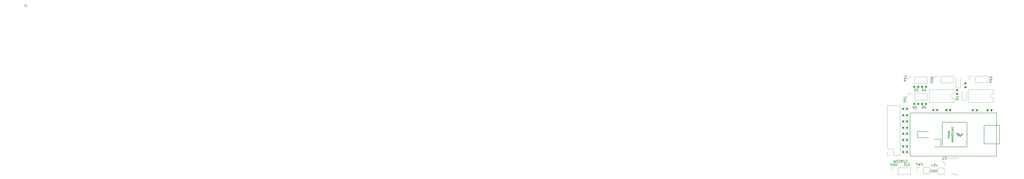
<source format=gbr>
%TF.GenerationSoftware,KiCad,Pcbnew,(6.0.5)*%
%TF.CreationDate,2022-06-26T17:30:21+02:00*%
%TF.ProjectId,midiperformer,6d696469-7065-4726-966f-726d65722e6b,rev?*%
%TF.SameCoordinates,Original*%
%TF.FileFunction,Legend,Top*%
%TF.FilePolarity,Positive*%
%FSLAX46Y46*%
G04 Gerber Fmt 4.6, Leading zero omitted, Abs format (unit mm)*
G04 Created by KiCad (PCBNEW (6.0.5)) date 2022-06-26 17:30:21*
%MOMM*%
%LPD*%
G01*
G04 APERTURE LIST*
G04 Aperture macros list*
%AMRoundRect*
0 Rectangle with rounded corners*
0 $1 Rounding radius*
0 $2 $3 $4 $5 $6 $7 $8 $9 X,Y pos of 4 corners*
0 Add a 4 corners polygon primitive as box body*
4,1,4,$2,$3,$4,$5,$6,$7,$8,$9,$2,$3,0*
0 Add four circle primitives for the rounded corners*
1,1,$1+$1,$2,$3*
1,1,$1+$1,$4,$5*
1,1,$1+$1,$6,$7*
1,1,$1+$1,$8,$9*
0 Add four rect primitives between the rounded corners*
20,1,$1+$1,$2,$3,$4,$5,0*
20,1,$1+$1,$4,$5,$6,$7,0*
20,1,$1+$1,$6,$7,$8,$9,0*
20,1,$1+$1,$8,$9,$2,$3,0*%
G04 Aperture macros list end*
%ADD10C,0.150000*%
%ADD11C,0.120000*%
%ADD12C,0.100000*%
%ADD13RoundRect,0.200000X0.200000X0.275000X-0.200000X0.275000X-0.200000X-0.275000X0.200000X-0.275000X0*%
%ADD14R,1.700000X1.700000*%
%ADD15O,1.700000X1.700000*%
%ADD16R,1.200000X0.900000*%
%ADD17RoundRect,0.200000X0.275000X-0.200000X0.275000X0.200000X-0.275000X0.200000X-0.275000X-0.200000X0*%
%ADD18C,1.600000*%
%ADD19RoundRect,0.200000X-0.275000X0.200000X-0.275000X-0.200000X0.275000X-0.200000X0.275000X0.200000X0*%
%ADD20RoundRect,0.225000X0.225000X0.250000X-0.225000X0.250000X-0.225000X-0.250000X0.225000X-0.250000X0*%
%ADD21R,1.600000X1.600000*%
%ADD22O,1.600000X1.600000*%
%ADD23R,2.200000X1.200000*%
%ADD24R,6.400000X5.800000*%
%ADD25RoundRect,0.225000X-0.225000X-0.250000X0.225000X-0.250000X0.225000X0.250000X-0.225000X0.250000X0*%
%ADD26C,6.400000*%
%ADD27C,0.800000*%
G04 APERTURE END LIST*
D10*
X-155000000Y-29500000D02*
G75*
G03*
X-155000000Y-29500000I-500000J0D01*
G01*
X200838095Y-94500000D02*
X200742857Y-94452380D01*
X200600000Y-94452380D01*
X200457142Y-94500000D01*
X200361904Y-94595238D01*
X200314285Y-94690476D01*
X200266666Y-94880952D01*
X200266666Y-95023809D01*
X200314285Y-95214285D01*
X200361904Y-95309523D01*
X200457142Y-95404761D01*
X200600000Y-95452380D01*
X200695238Y-95452380D01*
X200838095Y-95404761D01*
X200885714Y-95357142D01*
X200885714Y-95023809D01*
X200695238Y-95023809D01*
X201314285Y-95452380D02*
X201314285Y-94452380D01*
X201885714Y-95452380D01*
X201885714Y-94452380D01*
X202361904Y-95452380D02*
X202361904Y-94452380D01*
X202600000Y-94452380D01*
X202742857Y-94500000D01*
X202838095Y-94595238D01*
X202885714Y-94690476D01*
X202933333Y-94880952D01*
X202933333Y-95023809D01*
X202885714Y-95214285D01*
X202838095Y-95309523D01*
X202742857Y-95404761D01*
X202600000Y-95452380D01*
X202361904Y-95452380D01*
X206847619Y-58285714D02*
X206847619Y-58857142D01*
X205847619Y-58571428D02*
X206847619Y-58571428D01*
X206847619Y-59095238D02*
X205847619Y-59761904D01*
X206847619Y-59761904D02*
X205847619Y-59095238D01*
X205847619Y-60571428D02*
X206371428Y-60571428D01*
X206466666Y-60523809D01*
X206514285Y-60428571D01*
X206514285Y-60238095D01*
X206466666Y-60142857D01*
X205895238Y-60571428D02*
X205847619Y-60476190D01*
X205847619Y-60238095D01*
X205895238Y-60142857D01*
X205990476Y-60095238D01*
X206085714Y-60095238D01*
X206180952Y-60142857D01*
X206228571Y-60238095D01*
X206228571Y-60476190D01*
X206276190Y-60571428D01*
X216961904Y-95271428D02*
X217723809Y-95271428D01*
X217342857Y-95652380D02*
X217342857Y-94890476D01*
X218247619Y-95652380D02*
X218438095Y-95652380D01*
X218533333Y-95604761D01*
X218580952Y-95557142D01*
X218676190Y-95414285D01*
X218723809Y-95223809D01*
X218723809Y-94842857D01*
X218676190Y-94747619D01*
X218628571Y-94700000D01*
X218533333Y-94652380D01*
X218342857Y-94652380D01*
X218247619Y-94700000D01*
X218200000Y-94747619D01*
X218152380Y-94842857D01*
X218152380Y-95080952D01*
X218200000Y-95176190D01*
X218247619Y-95223809D01*
X218342857Y-95271428D01*
X218533333Y-95271428D01*
X218628571Y-95223809D01*
X218676190Y-95176190D01*
X218723809Y-95080952D01*
X219057142Y-94985714D02*
X219295238Y-95652380D01*
X219533333Y-94985714D01*
X201590476Y-93052380D02*
X201828571Y-94052380D01*
X202019047Y-93338095D01*
X202209523Y-94052380D01*
X202447619Y-93052380D01*
X202780952Y-94004761D02*
X202923809Y-94052380D01*
X203161904Y-94052380D01*
X203257142Y-94004761D01*
X203304761Y-93957142D01*
X203352380Y-93861904D01*
X203352380Y-93766666D01*
X203304761Y-93671428D01*
X203257142Y-93623809D01*
X203161904Y-93576190D01*
X202971428Y-93528571D01*
X202876190Y-93480952D01*
X202828571Y-93433333D01*
X202780952Y-93338095D01*
X202780952Y-93242857D01*
X202828571Y-93147619D01*
X202876190Y-93100000D01*
X202971428Y-93052380D01*
X203209523Y-93052380D01*
X203352380Y-93100000D01*
X203733333Y-93147619D02*
X203780952Y-93100000D01*
X203876190Y-93052380D01*
X204114285Y-93052380D01*
X204209523Y-93100000D01*
X204257142Y-93147619D01*
X204304761Y-93242857D01*
X204304761Y-93338095D01*
X204257142Y-93480952D01*
X203685714Y-94052380D01*
X204304761Y-94052380D01*
X204876190Y-93480952D02*
X204780952Y-93433333D01*
X204733333Y-93385714D01*
X204685714Y-93290476D01*
X204685714Y-93242857D01*
X204733333Y-93147619D01*
X204780952Y-93100000D01*
X204876190Y-93052380D01*
X205066666Y-93052380D01*
X205161904Y-93100000D01*
X205209523Y-93147619D01*
X205257142Y-93242857D01*
X205257142Y-93290476D01*
X205209523Y-93385714D01*
X205161904Y-93433333D01*
X205066666Y-93480952D01*
X204876190Y-93480952D01*
X204780952Y-93528571D01*
X204733333Y-93576190D01*
X204685714Y-93671428D01*
X204685714Y-93861904D01*
X204733333Y-93957142D01*
X204780952Y-94004761D01*
X204876190Y-94052380D01*
X205066666Y-94052380D01*
X205161904Y-94004761D01*
X205209523Y-93957142D01*
X205257142Y-93861904D01*
X205257142Y-93671428D01*
X205209523Y-93576190D01*
X205161904Y-93528571D01*
X205066666Y-93480952D01*
X206209523Y-94052380D02*
X205638095Y-94052380D01*
X205923809Y-94052380D02*
X205923809Y-93052380D01*
X205828571Y-93195238D01*
X205733333Y-93290476D01*
X205638095Y-93338095D01*
X206590476Y-93147619D02*
X206638095Y-93100000D01*
X206733333Y-93052380D01*
X206971428Y-93052380D01*
X207066666Y-93100000D01*
X207114285Y-93147619D01*
X207161904Y-93242857D01*
X207161904Y-93338095D01*
X207114285Y-93480952D01*
X206542857Y-94052380D01*
X207161904Y-94052380D01*
X205809523Y-94452380D02*
X206428571Y-94452380D01*
X206095238Y-94833333D01*
X206238095Y-94833333D01*
X206333333Y-94880952D01*
X206380952Y-94928571D01*
X206428571Y-95023809D01*
X206428571Y-95261904D01*
X206380952Y-95357142D01*
X206333333Y-95404761D01*
X206238095Y-95452380D01*
X205952380Y-95452380D01*
X205857142Y-95404761D01*
X205809523Y-95357142D01*
X206761904Y-94785714D02*
X207000000Y-95452380D01*
X207238095Y-94785714D01*
X207523809Y-94452380D02*
X208142857Y-94452380D01*
X207809523Y-94833333D01*
X207952380Y-94833333D01*
X208047619Y-94880952D01*
X208095238Y-94928571D01*
X208142857Y-95023809D01*
X208142857Y-95261904D01*
X208095238Y-95357142D01*
X208047619Y-95404761D01*
X207952380Y-95452380D01*
X207666666Y-95452380D01*
X207571428Y-95404761D01*
X207523809Y-95357142D01*
X216747619Y-59480952D02*
X217223809Y-59147619D01*
X216747619Y-58909523D02*
X217747619Y-58909523D01*
X217747619Y-59290476D01*
X217700000Y-59385714D01*
X217652380Y-59433333D01*
X217557142Y-59480952D01*
X217414285Y-59480952D01*
X217319047Y-59433333D01*
X217271428Y-59385714D01*
X217223809Y-59290476D01*
X217223809Y-58909523D01*
X217747619Y-59814285D02*
X216747619Y-60480952D01*
X217747619Y-60480952D02*
X216747619Y-59814285D01*
X216747619Y-60861904D02*
X217747619Y-60861904D01*
X217366666Y-60861904D02*
X217414285Y-60957142D01*
X217414285Y-61147619D01*
X217366666Y-61242857D01*
X217319047Y-61290476D01*
X217223809Y-61338095D01*
X216938095Y-61338095D01*
X216842857Y-61290476D01*
X216795238Y-61242857D01*
X216747619Y-61147619D01*
X216747619Y-60957142D01*
X216795238Y-60861904D01*
X206647619Y-66885714D02*
X206647619Y-67457142D01*
X205647619Y-67171428D02*
X206647619Y-67171428D01*
X206647619Y-67695238D02*
X205647619Y-68361904D01*
X206647619Y-68361904D02*
X205647619Y-67695238D01*
X205647619Y-68742857D02*
X206647619Y-68742857D01*
X206266666Y-68742857D02*
X206314285Y-68838095D01*
X206314285Y-69028571D01*
X206266666Y-69123809D01*
X206219047Y-69171428D01*
X206123809Y-69219047D01*
X205838095Y-69219047D01*
X205742857Y-69171428D01*
X205695238Y-69123809D01*
X205647619Y-69028571D01*
X205647619Y-68838095D01*
X205695238Y-68742857D01*
X241047619Y-59380952D02*
X241523809Y-59047619D01*
X241047619Y-58809523D02*
X242047619Y-58809523D01*
X242047619Y-59190476D01*
X242000000Y-59285714D01*
X241952380Y-59333333D01*
X241857142Y-59380952D01*
X241714285Y-59380952D01*
X241619047Y-59333333D01*
X241571428Y-59285714D01*
X241523809Y-59190476D01*
X241523809Y-58809523D01*
X242047619Y-59714285D02*
X241047619Y-60380952D01*
X242047619Y-60380952D02*
X241047619Y-59714285D01*
X241047619Y-61190476D02*
X241571428Y-61190476D01*
X241666666Y-61142857D01*
X241714285Y-61047619D01*
X241714285Y-60857142D01*
X241666666Y-60761904D01*
X241095238Y-61190476D02*
X241047619Y-61095238D01*
X241047619Y-60857142D01*
X241095238Y-60761904D01*
X241190476Y-60714285D01*
X241285714Y-60714285D01*
X241380952Y-60761904D01*
X241428571Y-60857142D01*
X241428571Y-61095238D01*
X241476190Y-61190476D01*
X217238095Y-97100000D02*
X217142857Y-97052380D01*
X217000000Y-97052380D01*
X216857142Y-97100000D01*
X216761904Y-97195238D01*
X216714285Y-97290476D01*
X216666666Y-97480952D01*
X216666666Y-97623809D01*
X216714285Y-97814285D01*
X216761904Y-97909523D01*
X216857142Y-98004761D01*
X217000000Y-98052380D01*
X217095238Y-98052380D01*
X217238095Y-98004761D01*
X217285714Y-97957142D01*
X217285714Y-97623809D01*
X217095238Y-97623809D01*
X217714285Y-98052380D02*
X217714285Y-97052380D01*
X218285714Y-98052380D01*
X218285714Y-97052380D01*
X218761904Y-98052380D02*
X218761904Y-97052380D01*
X219000000Y-97052380D01*
X219142857Y-97100000D01*
X219238095Y-97195238D01*
X219285714Y-97290476D01*
X219333333Y-97480952D01*
X219333333Y-97623809D01*
X219285714Y-97814285D01*
X219238095Y-97909523D01*
X219142857Y-98004761D01*
X219000000Y-98052380D01*
X218761904Y-98052380D01*
%TO.C,R4*%
X213908333Y-64815124D02*
X213575000Y-64338934D01*
X213336904Y-64815124D02*
X213336904Y-63815124D01*
X213717857Y-63815124D01*
X213813095Y-63862744D01*
X213860714Y-63910363D01*
X213908333Y-64005601D01*
X213908333Y-64148458D01*
X213860714Y-64243696D01*
X213813095Y-64291315D01*
X213717857Y-64338934D01*
X213336904Y-64338934D01*
X214765476Y-64148458D02*
X214765476Y-64815124D01*
X214527380Y-63767505D02*
X214289285Y-64481791D01*
X214908333Y-64481791D01*
%TO.C,R1*%
X228152380Y-67666666D02*
X227676190Y-68000000D01*
X228152380Y-68238095D02*
X227152380Y-68238095D01*
X227152380Y-67857142D01*
X227200000Y-67761904D01*
X227247619Y-67714285D01*
X227342857Y-67666666D01*
X227485714Y-67666666D01*
X227580952Y-67714285D01*
X227628571Y-67761904D01*
X227676190Y-67857142D01*
X227676190Y-68238095D01*
X228152380Y-66714285D02*
X228152380Y-67285714D01*
X228152380Y-67000000D02*
X227152380Y-67000000D01*
X227295238Y-67095238D01*
X227390476Y-67190476D01*
X227438095Y-67285714D01*
%TO.C,SW1*%
X210866666Y-95204761D02*
X211009523Y-95252380D01*
X211247619Y-95252380D01*
X211342857Y-95204761D01*
X211390476Y-95157142D01*
X211438095Y-95061904D01*
X211438095Y-94966666D01*
X211390476Y-94871428D01*
X211342857Y-94823809D01*
X211247619Y-94776190D01*
X211057142Y-94728571D01*
X210961904Y-94680952D01*
X210914285Y-94633333D01*
X210866666Y-94538095D01*
X210866666Y-94442857D01*
X210914285Y-94347619D01*
X210961904Y-94300000D01*
X211057142Y-94252380D01*
X211295238Y-94252380D01*
X211438095Y-94300000D01*
X211771428Y-94252380D02*
X212009523Y-95252380D01*
X212200000Y-94538095D01*
X212390476Y-95252380D01*
X212628571Y-94252380D01*
X213533333Y-95252380D02*
X212961904Y-95252380D01*
X213247619Y-95252380D02*
X213247619Y-94252380D01*
X213152380Y-94395238D01*
X213057142Y-94490476D01*
X212961904Y-94538095D01*
%TO.C,R5*%
X210133333Y-71952380D02*
X209800000Y-71476190D01*
X209561904Y-71952380D02*
X209561904Y-70952380D01*
X209942857Y-70952380D01*
X210038095Y-71000000D01*
X210085714Y-71047619D01*
X210133333Y-71142857D01*
X210133333Y-71285714D01*
X210085714Y-71380952D01*
X210038095Y-71428571D01*
X209942857Y-71476190D01*
X209561904Y-71476190D01*
X211038095Y-70952380D02*
X210561904Y-70952380D01*
X210514285Y-71428571D01*
X210561904Y-71380952D01*
X210657142Y-71333333D01*
X210895238Y-71333333D01*
X210990476Y-71380952D01*
X211038095Y-71428571D01*
X211085714Y-71523809D01*
X211085714Y-71761904D01*
X211038095Y-71857142D01*
X210990476Y-71904761D01*
X210895238Y-71952380D01*
X210657142Y-71952380D01*
X210561904Y-71904761D01*
X210514285Y-71857142D01*
%TO.C,R6*%
X213908333Y-71815124D02*
X213575000Y-71338934D01*
X213336904Y-71815124D02*
X213336904Y-70815124D01*
X213717857Y-70815124D01*
X213813095Y-70862744D01*
X213860714Y-70910363D01*
X213908333Y-71005601D01*
X213908333Y-71148458D01*
X213860714Y-71243696D01*
X213813095Y-71291315D01*
X213717857Y-71338934D01*
X213336904Y-71338934D01*
X214765476Y-70815124D02*
X214575000Y-70815124D01*
X214479761Y-70862744D01*
X214432142Y-70910363D01*
X214336904Y-71053220D01*
X214289285Y-71243696D01*
X214289285Y-71624648D01*
X214336904Y-71719886D01*
X214384523Y-71767505D01*
X214479761Y-71815124D01*
X214670238Y-71815124D01*
X214765476Y-71767505D01*
X214813095Y-71719886D01*
X214860714Y-71624648D01*
X214860714Y-71386553D01*
X214813095Y-71291315D01*
X214765476Y-71243696D01*
X214670238Y-71196077D01*
X214479761Y-71196077D01*
X214384523Y-71243696D01*
X214336904Y-71291315D01*
X214289285Y-71386553D01*
%TO.C,U4*%
X224598666Y-83980000D02*
X223898666Y-83980000D01*
X223898666Y-83813333D01*
X223932000Y-83713333D01*
X223998666Y-83646666D01*
X224065333Y-83613333D01*
X224198666Y-83580000D01*
X224298666Y-83580000D01*
X224432000Y-83613333D01*
X224498666Y-83646666D01*
X224565333Y-83713333D01*
X224598666Y-83813333D01*
X224598666Y-83980000D01*
X223898666Y-83380000D02*
X224598666Y-83146666D01*
X223898666Y-82913333D01*
X224598666Y-82346666D02*
X224598666Y-82680000D01*
X223898666Y-82680000D01*
X223898666Y-81813333D02*
X223898666Y-81946666D01*
X223932000Y-82013333D01*
X223965333Y-82046666D01*
X224065333Y-82113333D01*
X224198666Y-82146666D01*
X224465333Y-82146666D01*
X224532000Y-82113333D01*
X224565333Y-82080000D01*
X224598666Y-82013333D01*
X224598666Y-81880000D01*
X224565333Y-81813333D01*
X224532000Y-81780000D01*
X224465333Y-81746666D01*
X224298666Y-81746666D01*
X224232000Y-81780000D01*
X224198666Y-81813333D01*
X224165333Y-81880000D01*
X224165333Y-82013333D01*
X224198666Y-82080000D01*
X224232000Y-82113333D01*
X224298666Y-82146666D01*
X224398666Y-81480000D02*
X224398666Y-81146666D01*
X224598666Y-81546666D02*
X223898666Y-81313333D01*
X224598666Y-81080000D01*
X226122666Y-85663333D02*
X225422666Y-85663333D01*
X225922666Y-85430000D01*
X225422666Y-85196666D01*
X226122666Y-85196666D01*
X226122666Y-84863333D02*
X225422666Y-84863333D01*
X226122666Y-84530000D02*
X225422666Y-84530000D01*
X225922666Y-84296666D01*
X225422666Y-84063333D01*
X226122666Y-84063333D01*
X225422666Y-83796666D02*
X226122666Y-83330000D01*
X225422666Y-83330000D02*
X226122666Y-83796666D01*
X226122666Y-82663333D02*
X225789333Y-82896666D01*
X226122666Y-83063333D02*
X225422666Y-83063333D01*
X225422666Y-82796666D01*
X225456000Y-82730000D01*
X225489333Y-82696666D01*
X225556000Y-82663333D01*
X225656000Y-82663333D01*
X225722666Y-82696666D01*
X225756000Y-82730000D01*
X225789333Y-82796666D01*
X225789333Y-83063333D01*
X225422666Y-82463333D02*
X225422666Y-82063333D01*
X226122666Y-82263333D02*
X225422666Y-82263333D01*
X226122666Y-81463333D02*
X226122666Y-81863333D01*
X226122666Y-81663333D02*
X225422666Y-81663333D01*
X225522666Y-81730000D01*
X225589333Y-81796666D01*
X225622666Y-81863333D01*
X225422666Y-81030000D02*
X225422666Y-80963333D01*
X225456000Y-80896666D01*
X225489333Y-80863333D01*
X225556000Y-80830000D01*
X225689333Y-80796666D01*
X225856000Y-80796666D01*
X225989333Y-80830000D01*
X226056000Y-80863333D01*
X226089333Y-80896666D01*
X226122666Y-80963333D01*
X226122666Y-81030000D01*
X226089333Y-81096666D01*
X226056000Y-81130000D01*
X225989333Y-81163333D01*
X225856000Y-81196666D01*
X225689333Y-81196666D01*
X225556000Y-81163333D01*
X225489333Y-81130000D01*
X225456000Y-81096666D01*
X225422666Y-81030000D01*
X225422666Y-80196666D02*
X225422666Y-80330000D01*
X225456000Y-80396666D01*
X225489333Y-80430000D01*
X225589333Y-80496666D01*
X225722666Y-80530000D01*
X225989333Y-80530000D01*
X226056000Y-80496666D01*
X226089333Y-80463333D01*
X226122666Y-80396666D01*
X226122666Y-80263333D01*
X226089333Y-80196666D01*
X226056000Y-80163333D01*
X225989333Y-80130000D01*
X225822666Y-80130000D01*
X225756000Y-80163333D01*
X225722666Y-80196666D01*
X225689333Y-80263333D01*
X225689333Y-80396666D01*
X225722666Y-80463333D01*
X225756000Y-80496666D01*
X225822666Y-80530000D01*
X225489333Y-79863333D02*
X225456000Y-79830000D01*
X225422666Y-79763333D01*
X225422666Y-79596666D01*
X225456000Y-79530000D01*
X225489333Y-79496666D01*
X225556000Y-79463333D01*
X225622666Y-79463333D01*
X225722666Y-79496666D01*
X226122666Y-79896666D01*
X226122666Y-79463333D01*
%TO.C,R3*%
X210708333Y-64815124D02*
X210375000Y-64338934D01*
X210136904Y-64815124D02*
X210136904Y-63815124D01*
X210517857Y-63815124D01*
X210613095Y-63862744D01*
X210660714Y-63910363D01*
X210708333Y-64005601D01*
X210708333Y-64148458D01*
X210660714Y-64243696D01*
X210613095Y-64291315D01*
X210517857Y-64338934D01*
X210136904Y-64338934D01*
X211041666Y-63815124D02*
X211660714Y-63815124D01*
X211327380Y-64196077D01*
X211470238Y-64196077D01*
X211565476Y-64243696D01*
X211613095Y-64291315D01*
X211660714Y-64386553D01*
X211660714Y-64624648D01*
X211613095Y-64719886D01*
X211565476Y-64767505D01*
X211470238Y-64815124D01*
X211184523Y-64815124D01*
X211089285Y-64767505D01*
X211041666Y-64719886D01*
%TO.C,U3*%
X221638095Y-91852380D02*
X221638095Y-92661904D01*
X221685714Y-92757142D01*
X221733333Y-92804761D01*
X221828571Y-92852380D01*
X222019047Y-92852380D01*
X222114285Y-92804761D01*
X222161904Y-92757142D01*
X222209523Y-92661904D01*
X222209523Y-91852380D01*
X222590476Y-91852380D02*
X223209523Y-91852380D01*
X222876190Y-92233333D01*
X223019047Y-92233333D01*
X223114285Y-92280952D01*
X223161904Y-92328571D01*
X223209523Y-92423809D01*
X223209523Y-92661904D01*
X223161904Y-92757142D01*
X223114285Y-92804761D01*
X223019047Y-92852380D01*
X222733333Y-92852380D01*
X222638095Y-92804761D01*
X222590476Y-92757142D01*
D11*
%TO.C,R4*%
X214312258Y-62410244D02*
X213837742Y-62410244D01*
X214312258Y-63455244D02*
X213837742Y-63455244D01*
%TO.C,J4*%
X207545000Y-65602744D02*
X208875000Y-65602744D01*
X215285000Y-68262744D02*
X215285000Y-65602744D01*
X210145000Y-68262744D02*
X215285000Y-68262744D01*
X207545000Y-66932744D02*
X207545000Y-65602744D01*
X210145000Y-65602744D02*
X215285000Y-65602744D01*
X210145000Y-68262744D02*
X210145000Y-65602744D01*
%TO.C,R10*%
X206537258Y-86877500D02*
X206062742Y-86877500D01*
X206537258Y-87922500D02*
X206062742Y-87922500D01*
%TO.C,R9*%
X206537258Y-89277500D02*
X206062742Y-89277500D01*
X206537258Y-90322500D02*
X206062742Y-90322500D01*
%TO.C,D1*%
X227075000Y-63332744D02*
X229075000Y-63332744D01*
X229075000Y-63332744D02*
X229075000Y-59432744D01*
X227075000Y-63332744D02*
X227075000Y-59432744D01*
%TO.C,R8*%
X235207258Y-72042988D02*
X234732742Y-72042988D01*
X235207258Y-73087988D02*
X234732742Y-73087988D01*
%TO.C,J3*%
X215285000Y-61412744D02*
X215285000Y-58752744D01*
X210145000Y-58752744D02*
X215285000Y-58752744D01*
X210145000Y-61412744D02*
X210145000Y-58752744D01*
X210145000Y-61412744D02*
X215285000Y-61412744D01*
X207545000Y-60082744D02*
X207545000Y-58752744D01*
X207545000Y-58752744D02*
X208875000Y-58752744D01*
%TO.C,R1*%
X227152500Y-65320002D02*
X227152500Y-64845486D01*
X228197500Y-65320002D02*
X228197500Y-64845486D01*
%TO.C,SW1*%
X213670000Y-96070000D02*
X216270000Y-96070000D01*
X211070000Y-96070000D02*
X212400000Y-96070000D01*
X216270000Y-98730000D02*
X216270000Y-96070000D01*
X211070000Y-97400000D02*
X211070000Y-96070000D01*
X213670000Y-98730000D02*
X216270000Y-98730000D01*
X213670000Y-98730000D02*
X213670000Y-96070000D01*
%TO.C,R5*%
X211112258Y-70455244D02*
X210637742Y-70455244D01*
X211112258Y-69410244D02*
X210637742Y-69410244D01*
%TO.C,R6*%
X214312258Y-69410244D02*
X213837742Y-69410244D01*
X214312258Y-70455244D02*
X213837742Y-70455244D01*
%TO.C,J1*%
X221005000Y-61212744D02*
X221005000Y-58552744D01*
X218405000Y-58552744D02*
X219735000Y-58552744D01*
X218405000Y-59882744D02*
X218405000Y-58552744D01*
X226145000Y-61212744D02*
X226145000Y-58552744D01*
X221005000Y-58552744D02*
X226145000Y-58552744D01*
X221005000Y-61212744D02*
X226145000Y-61212744D01*
%TO.C,J6*%
X201605000Y-91110000D02*
X201605000Y-88510000D01*
X199005000Y-91110000D02*
X199005000Y-89780000D01*
X204205000Y-91110000D02*
X201605000Y-91110000D01*
X200335000Y-91110000D02*
X199005000Y-91110000D01*
X204205000Y-70670000D02*
X199005000Y-70670000D01*
X199005000Y-88510000D02*
X199005000Y-70670000D01*
X204205000Y-91110000D02*
X204205000Y-70670000D01*
X201605000Y-88510000D02*
X199005000Y-88510000D01*
D10*
%TO.C,U4*%
X220980000Y-87660000D02*
X218440000Y-87660000D01*
X243840000Y-78770000D02*
X245110000Y-78770000D01*
X238760000Y-78770000D02*
X243840000Y-78770000D01*
X245110000Y-78770000D02*
X245110000Y-86390000D01*
X211328000Y-83850000D02*
X211328000Y-81310000D01*
X238760000Y-86390000D02*
X243840000Y-86390000D01*
X221615000Y-77500000D02*
X231775000Y-77500000D01*
X243840000Y-73690000D02*
X243840000Y-91470000D01*
X221615000Y-87660000D02*
X231775000Y-87660000D01*
X211328000Y-81310000D02*
X215900000Y-81310000D01*
X208280000Y-91470000D02*
X208280000Y-73690000D01*
X220980000Y-84485000D02*
X220980000Y-87660000D01*
X243840000Y-91470000D02*
X208280000Y-91470000D01*
X231775000Y-87660000D02*
X231775000Y-77500000D01*
X208280000Y-73690000D02*
X243840000Y-73690000D01*
X215900000Y-83850000D02*
X211328000Y-83850000D01*
X218440000Y-84485000D02*
X220980000Y-84485000D01*
X238760000Y-78770000D02*
X238760000Y-86390000D01*
X221615000Y-77500000D02*
X221615000Y-87660000D01*
X245110000Y-86390000D02*
X243840000Y-86390000D01*
G36*
X228092000Y-82580000D02*
G01*
X227838000Y-82834000D01*
X227584000Y-82453000D01*
X227838000Y-82199000D01*
X228092000Y-82580000D01*
G37*
D12*
X228092000Y-82580000D02*
X227838000Y-82834000D01*
X227584000Y-82453000D01*
X227838000Y-82199000D01*
X228092000Y-82580000D01*
G36*
X227711000Y-82072000D02*
G01*
X227457000Y-82326000D01*
X227203000Y-81945000D01*
X227457000Y-81691000D01*
X227711000Y-82072000D01*
G37*
X227711000Y-82072000D02*
X227457000Y-82326000D01*
X227203000Y-81945000D01*
X227457000Y-81691000D01*
X227711000Y-82072000D01*
G36*
X229997000Y-82453000D02*
G01*
X229743000Y-82707000D01*
X229489000Y-82326000D01*
X229743000Y-82072000D01*
X229997000Y-82453000D01*
G37*
X229997000Y-82453000D02*
X229743000Y-82707000D01*
X229489000Y-82326000D01*
X229743000Y-82072000D01*
X229997000Y-82453000D01*
G36*
X228854000Y-82707000D02*
G01*
X228600000Y-82961000D01*
X228346000Y-82580000D01*
X228600000Y-82326000D01*
X228854000Y-82707000D01*
G37*
X228854000Y-82707000D02*
X228600000Y-82961000D01*
X228346000Y-82580000D01*
X228600000Y-82326000D01*
X228854000Y-82707000D01*
G36*
X229235000Y-83215000D02*
G01*
X228981000Y-83469000D01*
X228727000Y-83088000D01*
X228981000Y-82834000D01*
X229235000Y-83215000D01*
G37*
X229235000Y-83215000D02*
X228981000Y-83469000D01*
X228727000Y-83088000D01*
X228981000Y-82834000D01*
X229235000Y-83215000D01*
G36*
X229616000Y-82834000D02*
G01*
X229362000Y-83088000D01*
X229108000Y-82707000D01*
X229362000Y-82453000D01*
X229616000Y-82834000D01*
G37*
X229616000Y-82834000D02*
X229362000Y-83088000D01*
X229108000Y-82707000D01*
X229362000Y-82453000D01*
X229616000Y-82834000D01*
G36*
X228473000Y-82199000D02*
G01*
X228219000Y-82453000D01*
X227965000Y-82072000D01*
X228219000Y-81818000D01*
X228473000Y-82199000D01*
G37*
X228473000Y-82199000D02*
X228219000Y-82453000D01*
X227965000Y-82072000D01*
X228219000Y-81818000D01*
X228473000Y-82199000D01*
G36*
X228473000Y-83088000D02*
G01*
X228219000Y-83342000D01*
X227965000Y-82961000D01*
X228219000Y-82707000D01*
X228473000Y-83088000D01*
G37*
X228473000Y-83088000D02*
X228219000Y-83342000D01*
X227965000Y-82961000D01*
X228219000Y-82707000D01*
X228473000Y-83088000D01*
D11*
%TO.C,J2*%
X240360000Y-61187744D02*
X240360000Y-58527744D01*
X235220000Y-58527744D02*
X240360000Y-58527744D01*
X235220000Y-61187744D02*
X240360000Y-61187744D01*
X235220000Y-61187744D02*
X235220000Y-58527744D01*
X232620000Y-59857744D02*
X232620000Y-58527744D01*
X232620000Y-58527744D02*
X233950000Y-58527744D01*
%TO.C,R2*%
X230552500Y-62045486D02*
X230552500Y-62520002D01*
X231597500Y-62045486D02*
X231597500Y-62520002D01*
%TO.C,R16*%
X206537258Y-71477500D02*
X206062742Y-71477500D01*
X206537258Y-72522500D02*
X206062742Y-72522500D01*
%TO.C,C1*%
X224190580Y-71955488D02*
X223909420Y-71955488D01*
X224190580Y-72975488D02*
X223909420Y-72975488D01*
%TO.C,U2*%
X232325000Y-69342744D02*
X242605000Y-69342744D01*
X242605000Y-65692744D02*
X242605000Y-64042744D01*
X232325000Y-64042744D02*
X232325000Y-69342744D01*
X242605000Y-64042744D02*
X232325000Y-64042744D01*
X242605000Y-69342744D02*
X242605000Y-67692744D01*
X242605000Y-65692744D02*
G75*
G03*
X242605000Y-67692744I0J-1000000D01*
G01*
%TO.C,R13*%
X206537258Y-76677500D02*
X206062742Y-76677500D01*
X206537258Y-77722500D02*
X206062742Y-77722500D01*
%TO.C,R3*%
X211112258Y-63455244D02*
X210637742Y-63455244D01*
X211112258Y-62410244D02*
X210637742Y-62410244D01*
%TO.C,R14*%
X206537258Y-75122500D02*
X206062742Y-75122500D01*
X206537258Y-74077500D02*
X206062742Y-74077500D01*
%TO.C,D2*%
X229675000Y-68532744D02*
X231675000Y-68532744D01*
X229675000Y-68532744D02*
X229675000Y-64632744D01*
X231675000Y-68532744D02*
X231675000Y-64632744D01*
%TO.C,U3*%
X226505000Y-92150000D02*
X226505000Y-92420000D01*
X228005000Y-92150000D02*
X226505000Y-92150000D01*
X226505000Y-92420000D02*
X223675000Y-92420000D01*
X228005000Y-99050000D02*
X226505000Y-99050000D01*
X226505000Y-99050000D02*
X226505000Y-98780000D01*
X226505000Y-98780000D02*
X225405000Y-98780000D01*
%TO.C,R12*%
X206537258Y-80322500D02*
X206062742Y-80322500D01*
X206537258Y-79277500D02*
X206062742Y-79277500D01*
%TO.C,C2*%
X240859420Y-73075488D02*
X241140580Y-73075488D01*
X240859420Y-72055488D02*
X241140580Y-72055488D01*
%TO.C,R15*%
X206537258Y-82722500D02*
X206062742Y-82722500D01*
X206537258Y-81677500D02*
X206062742Y-81677500D01*
%TO.C,R11*%
X206537258Y-84277500D02*
X206062742Y-84277500D01*
X206537258Y-85322500D02*
X206062742Y-85322500D01*
%TO.C,U5*%
X203345000Y-96245000D02*
X208485000Y-96245000D01*
X200745000Y-97575000D02*
X200745000Y-96245000D01*
X203345000Y-98905000D02*
X203345000Y-96245000D01*
X203345000Y-98905000D02*
X208485000Y-98905000D01*
X200745000Y-96245000D02*
X202075000Y-96245000D01*
X208485000Y-98905000D02*
X208485000Y-96245000D01*
%TO.C,R7*%
X218887258Y-72987988D02*
X218412742Y-72987988D01*
X218887258Y-71942988D02*
X218412742Y-71942988D01*
%TO.C,J5*%
X219670000Y-96270000D02*
X219670000Y-98870000D01*
X221000000Y-93670000D02*
X222330000Y-93670000D01*
X222330000Y-96270000D02*
X222330000Y-98870000D01*
X219670000Y-98870000D02*
X222330000Y-98870000D01*
X222330000Y-93670000D02*
X222330000Y-95000000D01*
X219670000Y-96270000D02*
X222330000Y-96270000D01*
%TO.C,U1*%
X216125000Y-69342744D02*
X226405000Y-69342744D01*
X226405000Y-65692744D02*
X226405000Y-64042744D01*
X226405000Y-64042744D02*
X216125000Y-64042744D01*
X216125000Y-64042744D02*
X216125000Y-69342744D01*
X226405000Y-69342744D02*
X226405000Y-67692744D01*
X226405000Y-65692744D02*
G75*
G03*
X226405000Y-67692744I0J-1000000D01*
G01*
%TD*%
%LPC*%
D13*
%TO.C,R4*%
X214900000Y-62932744D03*
X213250000Y-62932744D03*
%TD*%
D14*
%TO.C,J4*%
X208875000Y-66932744D03*
D15*
X211415000Y-66932744D03*
X213955000Y-66932744D03*
%TD*%
D13*
%TO.C,R10*%
X207125000Y-87400000D03*
X205475000Y-87400000D03*
%TD*%
%TO.C,R9*%
X207125000Y-89800000D03*
X205475000Y-89800000D03*
%TD*%
D16*
%TO.C,D1*%
X228075000Y-62732744D03*
X228075000Y-59432744D03*
%TD*%
D13*
%TO.C,R8*%
X235795000Y-72565488D03*
X234145000Y-72565488D03*
%TD*%
D14*
%TO.C,J3*%
X208875000Y-60082744D03*
D15*
X211415000Y-60082744D03*
X213955000Y-60082744D03*
%TD*%
D17*
%TO.C,R1*%
X227675000Y-65907744D03*
X227675000Y-64257744D03*
%TD*%
D14*
%TO.C,SW1*%
X212400000Y-97400000D03*
D15*
X214940000Y-97400000D03*
%TD*%
D13*
%TO.C,R5*%
X211700000Y-69932744D03*
X210050000Y-69932744D03*
%TD*%
%TO.C,R6*%
X214900000Y-69932744D03*
X213250000Y-69932744D03*
%TD*%
D14*
%TO.C,J1*%
X219735000Y-59882744D03*
D15*
X222275000Y-59882744D03*
X224815000Y-59882744D03*
%TD*%
D14*
%TO.C,J6*%
X200335000Y-89780000D03*
D15*
X202875000Y-89780000D03*
X200335000Y-87240000D03*
X202875000Y-87240000D03*
X200335000Y-84700000D03*
X202875000Y-84700000D03*
X200335000Y-82160000D03*
X202875000Y-82160000D03*
X200335000Y-79620000D03*
X202875000Y-79620000D03*
X200335000Y-77080000D03*
X202875000Y-77080000D03*
X200335000Y-74540000D03*
X202875000Y-74540000D03*
X200335000Y-72000000D03*
X202875000Y-72000000D03*
%TD*%
D18*
%TO.C,U4*%
X242570000Y-74960000D03*
X240030000Y-74960000D03*
X237490000Y-74960000D03*
X234950000Y-74960000D03*
X232410000Y-74960000D03*
X229870000Y-74960000D03*
X227330000Y-74960000D03*
X224790000Y-74960000D03*
X222250000Y-74960000D03*
X219710000Y-74960000D03*
X217170000Y-74960000D03*
X214630000Y-74960000D03*
X212090000Y-74960000D03*
X209550000Y-74960000D03*
X209550000Y-90200000D03*
X212090000Y-90200000D03*
X214630000Y-90200000D03*
X217170000Y-90200000D03*
X219710000Y-90200000D03*
X222250000Y-90200000D03*
X224790000Y-90200000D03*
X227330000Y-90200000D03*
X229870000Y-90200000D03*
X232410000Y-90200000D03*
X234950000Y-90200000D03*
X237490000Y-90200000D03*
X240030000Y-90200000D03*
X242570000Y-90200000D03*
%TD*%
D14*
%TO.C,J2*%
X233950000Y-59857744D03*
D15*
X236490000Y-59857744D03*
X239030000Y-59857744D03*
%TD*%
D19*
%TO.C,R2*%
X231075000Y-61457744D03*
X231075000Y-63107744D03*
%TD*%
D13*
%TO.C,R16*%
X207125000Y-72000000D03*
X205475000Y-72000000D03*
%TD*%
D20*
%TO.C,C1*%
X224825000Y-72465488D03*
X223275000Y-72465488D03*
%TD*%
D21*
%TO.C,U2*%
X241275000Y-62882744D03*
D22*
X238735000Y-62882744D03*
X236195000Y-62882744D03*
X233655000Y-62882744D03*
X233655000Y-70502744D03*
X236195000Y-70502744D03*
X238735000Y-70502744D03*
X241275000Y-70502744D03*
%TD*%
D13*
%TO.C,R13*%
X207125000Y-77200000D03*
X205475000Y-77200000D03*
%TD*%
%TO.C,R3*%
X211700000Y-62932744D03*
X210050000Y-62932744D03*
%TD*%
%TO.C,R14*%
X207125000Y-74600000D03*
X205475000Y-74600000D03*
%TD*%
D16*
%TO.C,D2*%
X230675000Y-67932744D03*
X230675000Y-64632744D03*
%TD*%
D23*
%TO.C,U3*%
X224775000Y-93320000D03*
D24*
X231075000Y-95600000D03*
D23*
X224775000Y-97880000D03*
%TD*%
D13*
%TO.C,R12*%
X207125000Y-79800000D03*
X205475000Y-79800000D03*
%TD*%
D25*
%TO.C,C2*%
X240225000Y-72565488D03*
X241775000Y-72565488D03*
%TD*%
D13*
%TO.C,R15*%
X207125000Y-82200000D03*
X205475000Y-82200000D03*
%TD*%
%TO.C,R11*%
X207125000Y-84800000D03*
X205475000Y-84800000D03*
%TD*%
D26*
%TO.C,H1*%
X238600000Y-95000000D03*
%TD*%
D14*
%TO.C,U5*%
X202075000Y-97575000D03*
D15*
X204615000Y-97575000D03*
X207155000Y-97575000D03*
%TD*%
D26*
%TO.C,H2*%
X203800000Y-63600000D03*
%TD*%
D13*
%TO.C,R7*%
X219475000Y-72465488D03*
X217825000Y-72465488D03*
%TD*%
D14*
%TO.C,J5*%
X221000000Y-95000000D03*
D15*
X221000000Y-97540000D03*
%TD*%
D21*
%TO.C,U1*%
X225075000Y-62882744D03*
D22*
X222535000Y-62882744D03*
X219995000Y-62882744D03*
X217455000Y-62882744D03*
X217455000Y-70502744D03*
X219995000Y-70502744D03*
X222535000Y-70502744D03*
X225075000Y-70502744D03*
%TD*%
D27*
X209600000Y-79100000D03*
X207200000Y-91600000D03*
X208500000Y-63800000D03*
X236600000Y-76800000D03*
X239100000Y-88500000D03*
X211000000Y-76700000D03*
X242900000Y-72600000D03*
X228100000Y-69200000D03*
X208500000Y-70700000D03*
X211700000Y-93100000D03*
X226000000Y-88700000D03*
X233500000Y-66600000D03*
X209000000Y-84700000D03*
X203200000Y-69200000D03*
X230800000Y-59800000D03*
X221600000Y-73000000D03*
X227000000Y-72900000D03*
X208900000Y-87200000D03*
X241200000Y-66300000D03*
X217600000Y-77000000D03*
X209800000Y-97400000D03*
X217400000Y-82000000D03*
X216200000Y-61300000D03*
X216688158Y-93694734D03*
X218900000Y-67300000D03*
X224200000Y-84600000D03*
X220800000Y-84000000D03*
X200500000Y-92500000D03*
X209000000Y-82200000D03*
X217300000Y-79700000D03*
X211999998Y-72000000D03*
X230600000Y-72500000D03*
M02*

</source>
